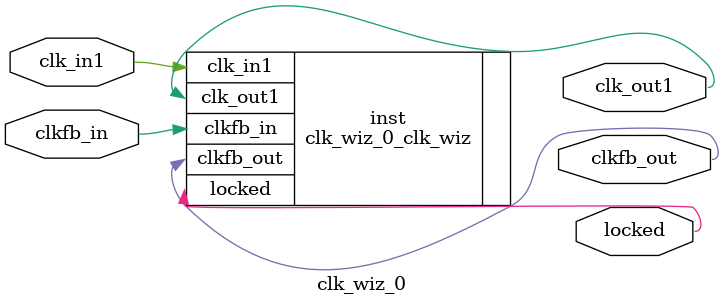
<source format=v>


`timescale 1ps/1ps

(* CORE_GENERATION_INFO = "clk_wiz_0,clk_wiz_v6_0_11_0_0,{component_name=clk_wiz_0,use_phase_alignment=true,use_min_o_jitter=false,use_max_i_jitter=false,use_dyn_phase_shift=false,use_inclk_switchover=false,use_dyn_reconfig=false,enable_axi=0,feedback_source=FDBK_AUTO_OFFCHIP,PRIMITIVE=MMCM,num_out_clk=1,clkin1_period=10.000,clkin2_period=10.000,use_power_down=false,use_reset=false,use_locked=true,use_inclk_stopped=false,feedback_type=SINGLE,CLOCK_MGR_TYPE=NA,manual_override=false}" *)

module clk_wiz_0 
 (
  input         clkfb_in,
  // Clock out ports
  output        clk_out1,
  output        clkfb_out,
  // Status and control signals
  output        locked,
 // Clock in ports
  input         clk_in1
 );

  clk_wiz_0_clk_wiz inst
  (
  .clkfb_in(clkfb_in),
  // Clock out ports  
  .clk_out1(clk_out1),
  .clkfb_out(clkfb_out),
  // Status and control signals               
  .locked(locked),
 // Clock in ports
  .clk_in1(clk_in1)
  );

endmodule

</source>
